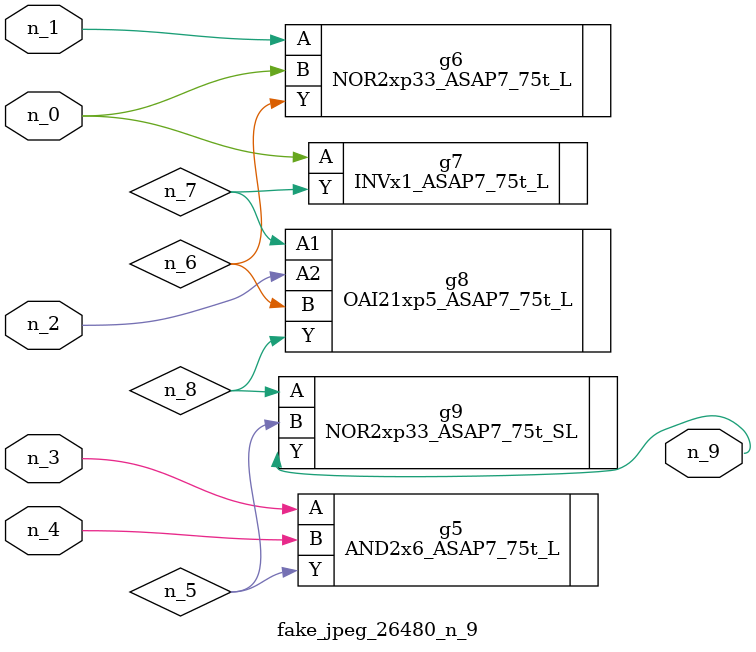
<source format=v>
module fake_jpeg_26480_n_9 (n_3, n_2, n_1, n_0, n_4, n_9);

input n_3;
input n_2;
input n_1;
input n_0;
input n_4;

output n_9;

wire n_8;
wire n_6;
wire n_5;
wire n_7;

AND2x6_ASAP7_75t_L g5 ( 
.A(n_3),
.B(n_4),
.Y(n_5)
);

NOR2xp33_ASAP7_75t_L g6 ( 
.A(n_1),
.B(n_0),
.Y(n_6)
);

INVx1_ASAP7_75t_L g7 ( 
.A(n_0),
.Y(n_7)
);

OAI21xp5_ASAP7_75t_L g8 ( 
.A1(n_7),
.A2(n_2),
.B(n_6),
.Y(n_8)
);

NOR2xp33_ASAP7_75t_SL g9 ( 
.A(n_8),
.B(n_5),
.Y(n_9)
);


endmodule
</source>
